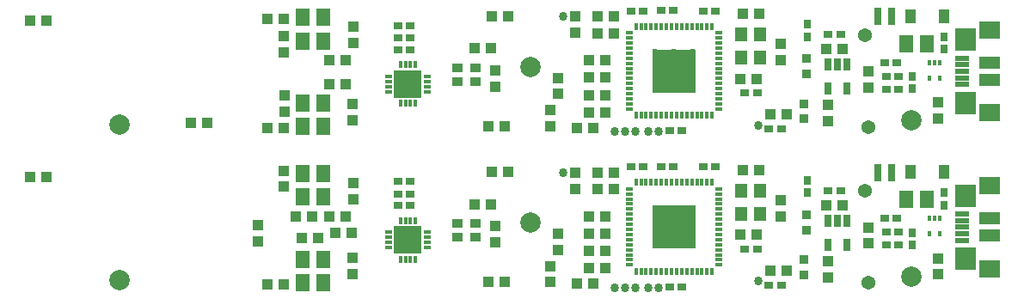
<source format=gts>
G04*
G04 #@! TF.GenerationSoftware,Altium Limited,Altium Designer,19.1.9 (167)*
G04*
G04 Layer_Color=8388736*
%FSLAX24Y24*%
%MOIN*%
G70*
G01*
G75*
%ADD51C,0.0236*%
%ADD69R,0.0453X0.0551*%
%ADD70C,0.0787*%
%ADD71R,0.0295X0.0472*%
%ADD72R,0.0433X0.0413*%
%ADD73R,0.0413X0.0433*%
%ADD74R,0.0276X0.0354*%
%ADD75R,0.0787X0.0512*%
%ADD76R,0.0787X0.0669*%
%ADD77R,0.0827X0.0866*%
%ADD78R,0.0571X0.0197*%
%ADD79R,0.0157X0.0236*%
%ADD80R,0.0539X0.0669*%
%ADD81R,0.1063X0.1063*%
%ADD82R,0.0138X0.0276*%
%ADD83R,0.0276X0.0138*%
%ADD84R,0.0433X0.0374*%
%ADD85O,0.0150X0.0291*%
%ADD86O,0.0291X0.0150*%
%ADD87R,0.1713X0.1713*%
%ADD88R,0.0354X0.0276*%
%ADD89R,0.0295X0.0669*%
%ADD90R,0.0354X0.0354*%
%ADD91R,0.0400X0.0520*%
%ADD92C,0.0339*%
%ADD93C,0.0539*%
D51*
X16247Y8205D02*
D03*
X15834D02*
D03*
X16661D02*
D03*
X16247Y7792D02*
D03*
Y8619D02*
D03*
X27300Y9451D02*
D03*
Y8713D02*
D03*
Y7975D02*
D03*
X26931Y8713D02*
D03*
X26562Y9451D02*
D03*
Y9082D02*
D03*
Y8713D02*
D03*
Y8344D02*
D03*
Y7975D02*
D03*
X26193Y8713D02*
D03*
X25824Y9451D02*
D03*
Y8713D02*
D03*
Y7975D02*
D03*
X16247Y2155D02*
D03*
X15834D02*
D03*
X16661D02*
D03*
X16247Y1742D02*
D03*
Y2569D02*
D03*
X27300Y3401D02*
D03*
Y2663D02*
D03*
Y1925D02*
D03*
X26931Y2663D02*
D03*
X26562Y3401D02*
D03*
Y3032D02*
D03*
Y2663D02*
D03*
Y2294D02*
D03*
Y1925D02*
D03*
X26193Y2663D02*
D03*
X25824Y3401D02*
D03*
Y2663D02*
D03*
Y1925D02*
D03*
D69*
X29156Y10121D02*
D03*
X29884Y9216D02*
D03*
Y10121D02*
D03*
X29156Y9216D02*
D03*
Y4071D02*
D03*
X29884Y3166D02*
D03*
Y4071D02*
D03*
X29156Y3166D02*
D03*
D70*
X5050Y6640D02*
D03*
X21010Y8880D02*
D03*
X35770Y6790D02*
D03*
X5050Y590D02*
D03*
X21010Y2830D02*
D03*
X35770Y740D02*
D03*
D71*
X33274Y8018D02*
D03*
X32526D02*
D03*
Y8962D02*
D03*
X32900D02*
D03*
X33274D02*
D03*
Y1968D02*
D03*
X32526D02*
D03*
Y2912D02*
D03*
X32900D02*
D03*
X33274D02*
D03*
D72*
X19502Y10839D02*
D03*
X20132D02*
D03*
X11425Y6490D02*
D03*
X10795D02*
D03*
X13835Y8210D02*
D03*
X13205D02*
D03*
X13185Y9120D02*
D03*
X13815D02*
D03*
X11425Y10730D02*
D03*
X10795D02*
D03*
X29235Y10930D02*
D03*
X29865D02*
D03*
X19472Y9589D02*
D03*
X18842D02*
D03*
X23275Y7110D02*
D03*
X23905D02*
D03*
X23275Y7780D02*
D03*
X23905D02*
D03*
X23275Y8450D02*
D03*
X23905D02*
D03*
X23275Y9120D02*
D03*
X23905D02*
D03*
X19372Y6569D02*
D03*
X20002D02*
D03*
X23585Y10820D02*
D03*
X24215D02*
D03*
X23605Y10170D02*
D03*
X24235D02*
D03*
X30285Y7020D02*
D03*
X30915D02*
D03*
X29135Y8410D02*
D03*
X29765D02*
D03*
X2223Y10649D02*
D03*
X1593D02*
D03*
X7835Y6710D02*
D03*
X8465D02*
D03*
X33085Y9550D02*
D03*
X32455D02*
D03*
X23435Y6500D02*
D03*
X22805D02*
D03*
X19502Y4789D02*
D03*
X20132D02*
D03*
X12515Y3060D02*
D03*
X11885D02*
D03*
X12135Y2230D02*
D03*
X12765D02*
D03*
X14075Y2430D02*
D03*
X13445D02*
D03*
X10785Y440D02*
D03*
X11415D02*
D03*
X13185Y3070D02*
D03*
X13815D02*
D03*
X29235Y4880D02*
D03*
X29865D02*
D03*
X19472Y3539D02*
D03*
X18842D02*
D03*
X23275Y1060D02*
D03*
X23905D02*
D03*
X23275Y1730D02*
D03*
X23905D02*
D03*
X23275Y2400D02*
D03*
X23905D02*
D03*
X23275Y3070D02*
D03*
X23905D02*
D03*
X19372Y519D02*
D03*
X20002D02*
D03*
X23585Y4770D02*
D03*
X24215D02*
D03*
X23605Y4120D02*
D03*
X24235D02*
D03*
X30285Y970D02*
D03*
X30915D02*
D03*
X29135Y2360D02*
D03*
X29765D02*
D03*
X2223Y4599D02*
D03*
X1593D02*
D03*
X33085Y3500D02*
D03*
X32455D02*
D03*
X23435Y450D02*
D03*
X22805D02*
D03*
D73*
X11430Y9425D02*
D03*
Y10055D02*
D03*
X14120Y9795D02*
D03*
Y10425D02*
D03*
X11460Y7765D02*
D03*
Y7135D02*
D03*
X14100Y6805D02*
D03*
Y7435D02*
D03*
X21770Y6565D02*
D03*
Y7195D02*
D03*
X22050Y8445D02*
D03*
Y7815D02*
D03*
X36810Y6865D02*
D03*
Y7495D02*
D03*
X30707Y9124D02*
D03*
Y9754D02*
D03*
X32520Y6755D02*
D03*
Y7385D02*
D03*
X34110Y8695D02*
D03*
Y8065D02*
D03*
X22720Y10195D02*
D03*
Y10825D02*
D03*
X19637Y8114D02*
D03*
Y8744D02*
D03*
X14120Y3745D02*
D03*
Y4375D02*
D03*
X11440Y4215D02*
D03*
Y4845D02*
D03*
X14100Y825D02*
D03*
Y1455D02*
D03*
X21770Y515D02*
D03*
Y1145D02*
D03*
X22050Y2395D02*
D03*
Y1765D02*
D03*
X36810Y815D02*
D03*
Y1445D02*
D03*
X10430Y2095D02*
D03*
Y2725D02*
D03*
X30707Y3074D02*
D03*
Y3704D02*
D03*
X32520Y705D02*
D03*
Y1335D02*
D03*
X34110Y2645D02*
D03*
Y2015D02*
D03*
X22720Y4145D02*
D03*
Y4775D02*
D03*
X19637Y2064D02*
D03*
Y2694D02*
D03*
D74*
X35798Y8496D02*
D03*
Y8024D02*
D03*
X31720Y10044D02*
D03*
Y10516D02*
D03*
X37040Y10036D02*
D03*
Y9564D02*
D03*
X35798Y2446D02*
D03*
Y1974D02*
D03*
X31720Y3994D02*
D03*
Y4466D02*
D03*
X37040Y3986D02*
D03*
Y3514D02*
D03*
D75*
X38795Y8365D02*
D03*
Y9034D02*
D03*
Y2315D02*
D03*
Y2984D02*
D03*
D76*
Y7085D02*
D03*
Y10314D02*
D03*
Y1035D02*
D03*
Y4264D02*
D03*
D77*
X37870Y7479D02*
D03*
Y9920D02*
D03*
Y1429D02*
D03*
Y3870D02*
D03*
D78*
X37742Y8188D02*
D03*
Y8444D02*
D03*
Y8700D02*
D03*
Y8955D02*
D03*
Y9211D02*
D03*
Y2138D02*
D03*
Y2394D02*
D03*
Y2650D02*
D03*
Y2905D02*
D03*
Y3161D02*
D03*
D79*
X36853Y8447D02*
D03*
X36459D02*
D03*
Y9038D02*
D03*
X36656D02*
D03*
X36853D02*
D03*
Y2397D02*
D03*
X36459D02*
D03*
Y2988D02*
D03*
X36656D02*
D03*
X36853D02*
D03*
D80*
X12954Y7456D02*
D03*
X12154D02*
D03*
X12950Y9880D02*
D03*
X12150D02*
D03*
X12950Y10790D02*
D03*
X12150D02*
D03*
X12954Y6556D02*
D03*
X12154D02*
D03*
X35560Y9770D02*
D03*
X36360D02*
D03*
X12954Y1406D02*
D03*
X12154D02*
D03*
X12950Y3830D02*
D03*
X12150D02*
D03*
X12950Y4740D02*
D03*
X12150D02*
D03*
X12954Y506D02*
D03*
X12154D02*
D03*
X35560Y3720D02*
D03*
X36360D02*
D03*
D81*
X16247Y8205D02*
D03*
Y2155D02*
D03*
D82*
X16543Y7457D02*
D03*
X16346D02*
D03*
X16149D02*
D03*
X15952D02*
D03*
Y8953D02*
D03*
X16149D02*
D03*
X16346D02*
D03*
X16543D02*
D03*
Y1407D02*
D03*
X16346D02*
D03*
X16149D02*
D03*
X15952D02*
D03*
Y2903D02*
D03*
X16149D02*
D03*
X16346D02*
D03*
X16543D02*
D03*
D83*
X15499Y7910D02*
D03*
Y8107D02*
D03*
Y8304D02*
D03*
Y8501D02*
D03*
X16995D02*
D03*
Y8304D02*
D03*
Y8107D02*
D03*
Y7910D02*
D03*
X15499Y1860D02*
D03*
Y2057D02*
D03*
Y2254D02*
D03*
Y2451D02*
D03*
X16995D02*
D03*
Y2254D02*
D03*
Y2057D02*
D03*
Y1860D02*
D03*
D84*
X18849Y8303D02*
D03*
Y8835D02*
D03*
X18179Y8303D02*
D03*
Y8835D02*
D03*
X18849Y2253D02*
D03*
Y2785D02*
D03*
X18179Y2253D02*
D03*
Y2785D02*
D03*
D85*
X28039Y10445D02*
D03*
X27842D02*
D03*
X27645D02*
D03*
X27448D02*
D03*
X27251D02*
D03*
X27054D02*
D03*
X26858D02*
D03*
X26661D02*
D03*
X26464D02*
D03*
X26267D02*
D03*
X26070D02*
D03*
X25873D02*
D03*
X25676D02*
D03*
X25480D02*
D03*
X25283D02*
D03*
X25086D02*
D03*
Y6981D02*
D03*
X25283D02*
D03*
X25480D02*
D03*
X25676D02*
D03*
X25873D02*
D03*
X26070D02*
D03*
X26267D02*
D03*
X26464D02*
D03*
X26661D02*
D03*
X26858D02*
D03*
X27054D02*
D03*
X27251D02*
D03*
X27448D02*
D03*
X27645D02*
D03*
X27842D02*
D03*
X28039D02*
D03*
Y4395D02*
D03*
X27842D02*
D03*
X27645D02*
D03*
X27448D02*
D03*
X27251D02*
D03*
X27054D02*
D03*
X26858D02*
D03*
X26661D02*
D03*
X26464D02*
D03*
X26267D02*
D03*
X26070D02*
D03*
X25873D02*
D03*
X25676D02*
D03*
X25480D02*
D03*
X25283D02*
D03*
X25086D02*
D03*
Y931D02*
D03*
X25283D02*
D03*
X25480D02*
D03*
X25676D02*
D03*
X25873D02*
D03*
X26070D02*
D03*
X26267D02*
D03*
X26464D02*
D03*
X26661D02*
D03*
X26858D02*
D03*
X27054D02*
D03*
X27251D02*
D03*
X27448D02*
D03*
X27645D02*
D03*
X27842D02*
D03*
X28039D02*
D03*
D86*
X24830Y10190D02*
D03*
Y9993D02*
D03*
Y9796D02*
D03*
Y9599D02*
D03*
Y9402D02*
D03*
Y9205D02*
D03*
Y9008D02*
D03*
Y8811D02*
D03*
Y8615D02*
D03*
Y8418D02*
D03*
Y8221D02*
D03*
Y8024D02*
D03*
Y7827D02*
D03*
Y7630D02*
D03*
Y7433D02*
D03*
Y7236D02*
D03*
X28295D02*
D03*
Y7433D02*
D03*
Y7630D02*
D03*
Y7827D02*
D03*
Y8024D02*
D03*
Y8221D02*
D03*
Y8418D02*
D03*
Y8615D02*
D03*
Y8811D02*
D03*
Y9008D02*
D03*
Y9205D02*
D03*
Y9402D02*
D03*
Y9599D02*
D03*
Y9796D02*
D03*
Y9993D02*
D03*
Y10190D02*
D03*
X24830Y4140D02*
D03*
Y3943D02*
D03*
Y3746D02*
D03*
Y3549D02*
D03*
Y3352D02*
D03*
Y3155D02*
D03*
Y2958D02*
D03*
Y2761D02*
D03*
Y2564D02*
D03*
Y2368D02*
D03*
Y2171D02*
D03*
Y1974D02*
D03*
Y1777D02*
D03*
Y1580D02*
D03*
Y1383D02*
D03*
Y1186D02*
D03*
X28295D02*
D03*
Y1383D02*
D03*
Y1580D02*
D03*
Y1777D02*
D03*
Y1974D02*
D03*
Y2171D02*
D03*
Y2368D02*
D03*
Y2564D02*
D03*
Y2761D02*
D03*
Y2958D02*
D03*
Y3155D02*
D03*
Y3352D02*
D03*
Y3549D02*
D03*
Y3746D02*
D03*
Y3943D02*
D03*
Y4140D02*
D03*
D87*
X26562Y8713D02*
D03*
Y2663D02*
D03*
D88*
X30244Y6450D02*
D03*
X30716D02*
D03*
X28156Y11040D02*
D03*
X27684D02*
D03*
X35256Y8510D02*
D03*
X34784D02*
D03*
X34784Y8010D02*
D03*
X35256D02*
D03*
X34734Y9040D02*
D03*
X35206D02*
D03*
X15851Y9995D02*
D03*
X16323D02*
D03*
X26384Y6390D02*
D03*
X26856D02*
D03*
X25356Y11040D02*
D03*
X24884D02*
D03*
X26064Y11050D02*
D03*
X26536D02*
D03*
X29786Y7850D02*
D03*
X29314D02*
D03*
X15851Y10475D02*
D03*
X16323D02*
D03*
X33016Y10130D02*
D03*
X32544D02*
D03*
X16323Y9535D02*
D03*
X15851D02*
D03*
X30244Y400D02*
D03*
X30716D02*
D03*
X28156Y4990D02*
D03*
X27684D02*
D03*
X35256Y2460D02*
D03*
X34784D02*
D03*
X34784Y1960D02*
D03*
X35256D02*
D03*
X34734Y2990D02*
D03*
X35206D02*
D03*
X15851Y3945D02*
D03*
X16323D02*
D03*
X26384Y340D02*
D03*
X26856D02*
D03*
X25356Y4990D02*
D03*
X24884D02*
D03*
X26064Y5000D02*
D03*
X26536D02*
D03*
X29786Y1800D02*
D03*
X29314D02*
D03*
X15851Y4425D02*
D03*
X16323D02*
D03*
X33016Y4080D02*
D03*
X32544D02*
D03*
X16323Y3485D02*
D03*
X15851D02*
D03*
D89*
X35006Y10820D02*
D03*
X34474D02*
D03*
X35006Y4770D02*
D03*
X34474D02*
D03*
D90*
X31590Y6855D02*
D03*
Y7445D02*
D03*
X31700Y8595D02*
D03*
Y9185D02*
D03*
X31590Y805D02*
D03*
Y1395D02*
D03*
X31700Y2545D02*
D03*
Y3135D02*
D03*
D91*
X35745Y10840D02*
D03*
X37035D02*
D03*
X35745Y4790D02*
D03*
X37035D02*
D03*
D92*
X25080Y6360D02*
D03*
X25970D02*
D03*
X24260D02*
D03*
X24650D02*
D03*
X29820Y6610D02*
D03*
X25565Y6360D02*
D03*
X22265Y10825D02*
D03*
X25080Y310D02*
D03*
X25970D02*
D03*
X24260D02*
D03*
X24650D02*
D03*
X29820Y560D02*
D03*
X25565Y310D02*
D03*
X22265Y4775D02*
D03*
D93*
X34110Y6540D02*
D03*
X33950Y10110D02*
D03*
X34110Y490D02*
D03*
X33950Y4060D02*
D03*
M02*

</source>
